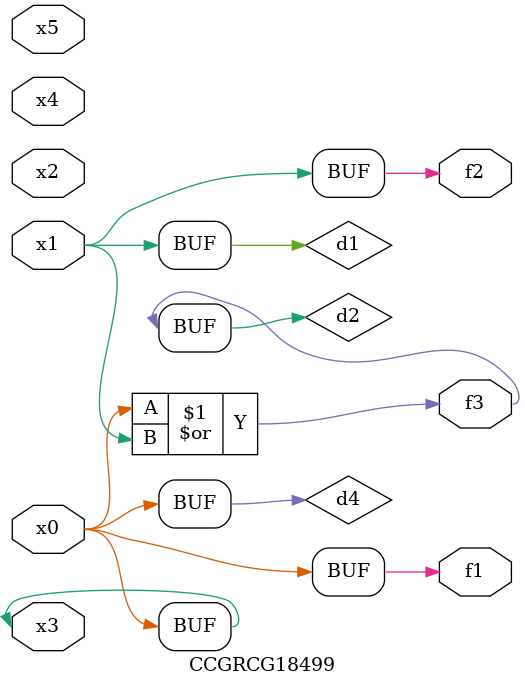
<source format=v>
module CCGRCG18499(
	input x0, x1, x2, x3, x4, x5,
	output f1, f2, f3
);

	wire d1, d2, d3, d4;

	and (d1, x1);
	or (d2, x0, x1);
	nand (d3, x0, x5);
	buf (d4, x0, x3);
	assign f1 = d4;
	assign f2 = d1;
	assign f3 = d2;
endmodule

</source>
